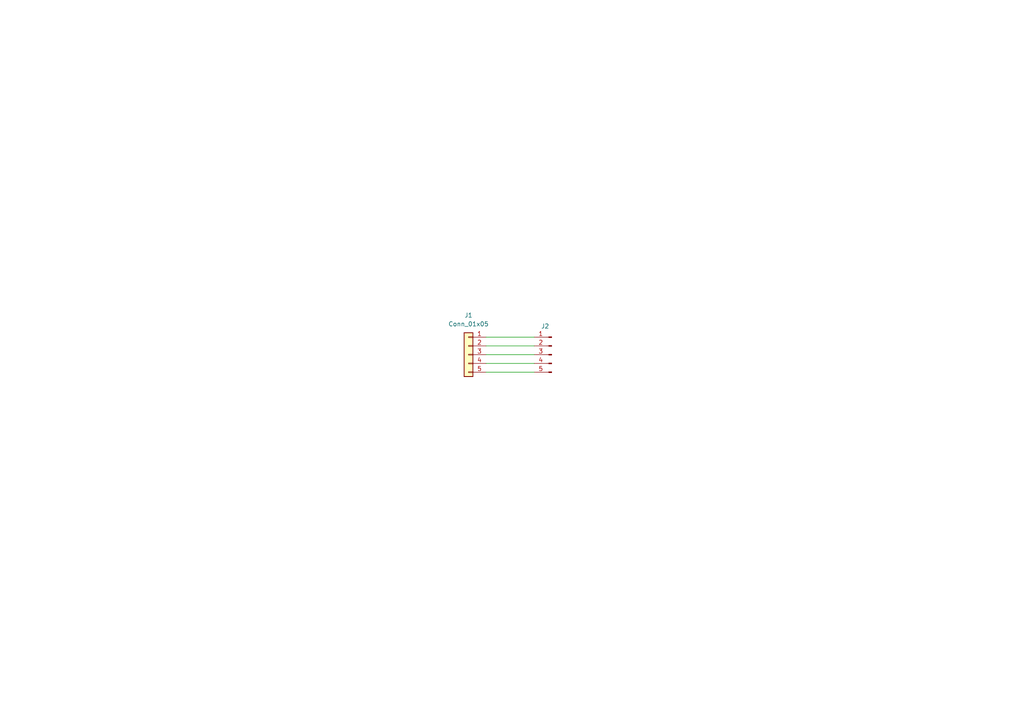
<source format=kicad_sch>
(kicad_sch (version 20250114) (generator "eeschema") (generator_version "9.0")
  (paper "A4")
  (lib_symbols
    (symbol "Connector:Conn_01x05_Pin" (pin_names (offset 1.016) (hide yes))
      (property "Reference" "J" (at 0 7.62 0))
      (property "Value" "Conn_01x05_Pin" (at 0 -7.62 0))
      (symbol "Conn_01x05_Pin_1_1"
        (rectangle (start 0.8636 5.207) (end 0 4.953) (stroke (width 0.1524)) (fill (type outline)))
        (rectangle (start 0.8636 2.667) (end 0 2.413) (stroke (width 0.1524)) (fill (type outline)))
        (rectangle (start 0.8636 0.127) (end 0 -0.127) (stroke (width 0.1524)) (fill (type outline)))
        (rectangle (start 0.8636 -2.413) (end 0 -2.667) (stroke (width 0.1524)) (fill (type outline)))
        (rectangle (start 0.8636 -4.953) (end 0 -5.207) (stroke (width 0.1524)) (fill (type outline)))
        (polyline (pts (xy 1.27 5.08) (xy 0.8636 5.08)) (stroke (width 0.1524)))
        (polyline (pts (xy 1.27 2.54) (xy 0.8636 2.54)) (stroke (width 0.1524)))
        (polyline (pts (xy 1.27 0) (xy 0.8636 0)) (stroke (width 0.1524)))
        (polyline (pts (xy 1.27 -2.54) (xy 0.8636 -2.54)) (stroke (width 0.1524)))
        (polyline (pts (xy 1.27 -5.08) (xy 0.8636 -5.08)) (stroke (width 0.1524)))
        (pin passive line (at 5.08 5.08 180) (length 3.81) (name "Pin_1") (number "1"))
        (pin passive line (at 5.08 2.54 180) (length 3.81) (name "Pin_2") (number "2"))
        (pin passive line (at 5.08 0 180) (length 3.81) (name "Pin_3") (number "3"))
        (pin passive line (at 5.08 -2.54 180) (length 3.81) (name "Pin_4") (number "4"))
        (pin passive line (at 5.08 -5.08 180) (length 3.81) (name "Pin_5") (number "5"))
      )
    )
    (symbol "Connector_Generic:Conn_01x05" (pin_names (offset 1.016) (hide yes))
      (property "Reference" "J" (at 0 7.62 0))
      (property "Value" "Conn_01x05" (at 0 -7.62 0))
      (symbol "Conn_01x05_1_1"
        (rectangle (start -1.27 6.35) (end 1.27 -6.35) (stroke (width 0.254)) (fill (type background)))
        (rectangle (start -1.27 5.207) (end 0 4.953) (stroke (width 0.1524)))
        (rectangle (start -1.27 2.667) (end 0 2.413) (stroke (width 0.1524)))
        (rectangle (start -1.27 0.127) (end 0 -0.127) (stroke (width 0.1524)))
        (rectangle (start -1.27 -2.413) (end 0 -2.667) (stroke (width 0.1524)))
        (rectangle (start -1.27 -4.953) (end 0 -5.207) (stroke (width 0.1524)))
        (pin passive line (at -5.08 5.08 0) (length 3.81) (name "Pin_1") (number "1"))
        (pin passive line (at -5.08 2.54 0) (length 3.81) (name "Pin_2") (number "2"))
        (pin passive line (at -5.08 0 0) (length 3.81) (name "Pin_3") (number "3"))
        (pin passive line (at -5.08 -2.54 0) (length 3.81) (name "Pin_4") (number "4"))
        (pin passive line (at -5.08 -5.08 0) (length 3.81) (name "Pin_5") (number "5"))
      )
    )
  )
  (wire (pts (xy 140.97 102.87) (xy 154.94 102.87)))
  (wire (pts (xy 140.97 107.95) (xy 154.94 107.95)))
  (wire (pts (xy 140.97 105.41) (xy 154.94 105.41)))
  (wire (pts (xy 140.97 97.79) (xy 154.94 97.79)))
  (wire (pts (xy 140.97 100.33) (xy 154.94 100.33)))
  (symbol (lib_id "Connector_Generic:Conn_01x05") (at 135.89 102.87 0) (mirror y) (unit 1)
    (property "Reference" "J1" (at 135.89 91.44 0))
    (property "Value" "Conn_01x05" (at 135.89 93.98 0))
    (property "Footprint" "CustomLib:7SEG-One" (effects (hide yes)))
    (property "Description" "Generic connector, single row, 01x05, script generated (kicad-library-utils/schlib/autogen/connector/)" (effects (hide yes)))
  )
  (symbol (lib_id "Connector:Conn_01x05_Pin") (at 160.02 102.87 0) (mirror y) (unit 1)
    (property "Reference" "J2" (at 158.115 94.615 0))
    (property "Value" "Conn_01x05_Pin" (effects (hide yes)))
    (property "Footprint" "Connector_JST:JST_PH_B5B-PH-K_1x05_P2.00mm_Vertical" (effects (hide yes)))
    (property "Description" "Generic connector, single row, 01x05, script generated" (effects (hide yes)))
  )
)
</source>
